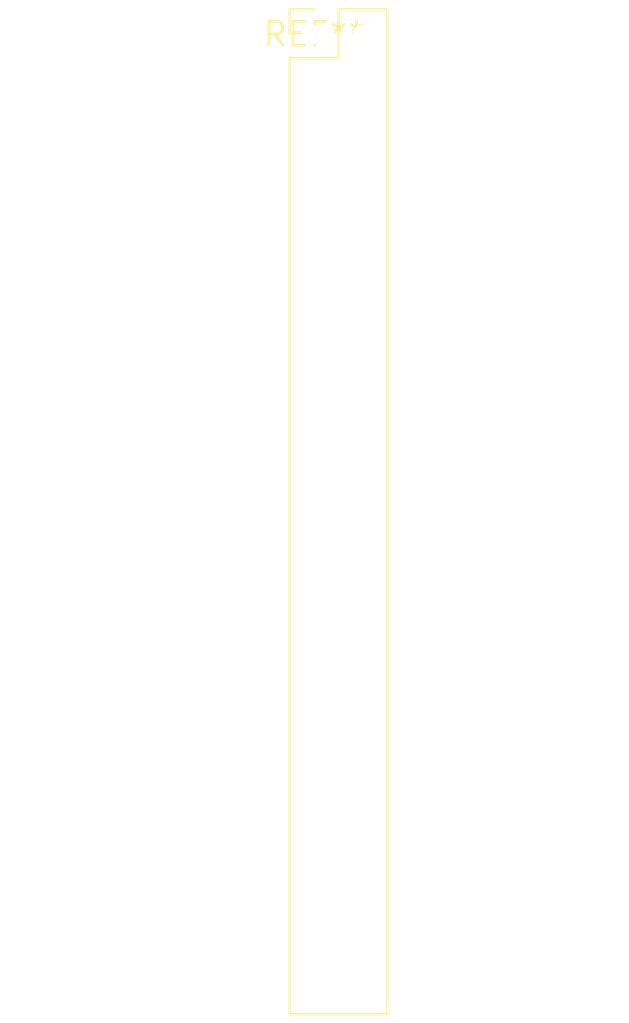
<source format=kicad_pcb>
(kicad_pcb (version 20240108) (generator pcbnew)
  (layers (0 "F.Cu" signal) (31 "B.Cu" signal) (34 "B.Paste" user) (35 "F.Paste" user) (36 "B.SilkS" user "B.Silkscreen") (37 "F.SilkS" user "F.Silkscreen") (38 "B.Mask" user) (39 "F.Mask" user) (44 "Edge.Cuts" user))
  (net 0 "")
  (footprint "PinHeader_2x21_P2.54mm_Vertical" (layer "F.Cu") (at 0 0)
    (property "Reference" "REF**")
    (property "Value" "PinHeader_2x21_P2.54mm_Vertical")
    (fp_line (start -1.33 -1.33) (end 0 -1.33) (layer "F.SilkS") (stroke (width 0.12)))
    (fp_line (start -1.33 0) (end -1.33 -1.33) (layer "F.SilkS") (stroke (width 0.12)))
    (fp_line (start -1.33 1.27) (end -1.33 52.13) (layer "F.SilkS") (stroke (width 0.12)))
    (fp_line (start -1.33 1.27) (end 1.27 1.27) (layer "F.SilkS") (stroke (width 0.12)))
    (fp_line (start -1.33 52.13) (end 3.87 52.13) (layer "F.SilkS") (stroke (width 0.12)))
    (fp_line (start 1.27 -1.33) (end 3.87 -1.33) (layer "F.SilkS") (stroke (width 0.12)))
    (fp_line (start 1.27 1.27) (end 1.27 -1.33) (layer "F.SilkS") (stroke (width 0.12)))
    (fp_line (start 3.87 -1.33) (end 3.87 52.13) (layer "F.SilkS") (stroke (width 0.12)))
    (pad "1" thru_hole rect (at 0 0) (size 1.7 1.7) (drill 1) (layers *.Cu *.Mask) (remove_unused_layers))
    (pad "2" thru_hole oval (at 2.54 0) (size 1.7 1.7) (drill 1) (layers *.Cu *.Mask) (remove_unused_layers))
    (pad "3" thru_hole oval (at 0 2.54) (size 1.7 1.7) (drill 1) (layers *.Cu *.Mask) (remove_unused_layers))
    (pad "4" thru_hole oval (at 2.54 2.54) (size 1.7 1.7) (drill 1) (layers *.Cu *.Mask) (remove_unused_layers))
    (pad "5" thru_hole oval (at 0 5.08) (size 1.7 1.7) (drill 1) (layers *.Cu *.Mask) (remove_unused_layers))
    (pad "6" thru_hole oval (at 2.54 5.08) (size 1.7 1.7) (drill 1) (layers *.Cu *.Mask) (remove_unused_layers))
    (pad "7" thru_hole oval (at 0 7.62) (size 1.7 1.7) (drill 1) (layers *.Cu *.Mask) (remove_unused_layers))
    (pad "8" thru_hole oval (at 2.54 7.62) (size 1.7 1.7) (drill 1) (layers *.Cu *.Mask) (remove_unused_layers))
    (pad "9" thru_hole oval (at 0 10.16) (size 1.7 1.7) (drill 1) (layers *.Cu *.Mask) (remove_unused_layers))
    (pad "10" thru_hole oval (at 2.54 10.16) (size 1.7 1.7) (drill 1) (layers *.Cu *.Mask) (remove_unused_layers))
    (pad "11" thru_hole oval (at 0 12.7) (size 1.7 1.7) (drill 1) (layers *.Cu *.Mask) (remove_unused_layers))
    (pad "12" thru_hole oval (at 2.54 12.7) (size 1.7 1.7) (drill 1) (layers *.Cu *.Mask) (remove_unused_layers))
    (pad "13" thru_hole oval (at 0 15.24) (size 1.7 1.7) (drill 1) (layers *.Cu *.Mask) (remove_unused_layers))
    (pad "14" thru_hole oval (at 2.54 15.24) (size 1.7 1.7) (drill 1) (layers *.Cu *.Mask) (remove_unused_layers))
    (pad "15" thru_hole oval (at 0 17.78) (size 1.7 1.7) (drill 1) (layers *.Cu *.Mask) (remove_unused_layers))
    (pad "16" thru_hole oval (at 2.54 17.78) (size 1.7 1.7) (drill 1) (layers *.Cu *.Mask) (remove_unused_layers))
    (pad "17" thru_hole oval (at 0 20.32) (size 1.7 1.7) (drill 1) (layers *.Cu *.Mask) (remove_unused_layers))
    (pad "18" thru_hole oval (at 2.54 20.32) (size 1.7 1.7) (drill 1) (layers *.Cu *.Mask) (remove_unused_layers))
    (pad "19" thru_hole oval (at 0 22.86) (size 1.7 1.7) (drill 1) (layers *.Cu *.Mask) (remove_unused_layers))
    (pad "20" thru_hole oval (at 2.54 22.86) (size 1.7 1.7) (drill 1) (layers *.Cu *.Mask) (remove_unused_layers))
    (pad "21" thru_hole oval (at 0 25.4) (size 1.7 1.7) (drill 1) (layers *.Cu *.Mask) (remove_unused_layers))
    (pad "22" thru_hole oval (at 2.54 25.4) (size 1.7 1.7) (drill 1) (layers *.Cu *.Mask) (remove_unused_layers))
    (pad "23" thru_hole oval (at 0 27.94) (size 1.7 1.7) (drill 1) (layers *.Cu *.Mask) (remove_unused_layers))
    (pad "24" thru_hole oval (at 2.54 27.94) (size 1.7 1.7) (drill 1) (layers *.Cu *.Mask) (remove_unused_layers))
    (pad "25" thru_hole oval (at 0 30.48) (size 1.7 1.7) (drill 1) (layers *.Cu *.Mask) (remove_unused_layers))
    (pad "26" thru_hole oval (at 2.54 30.48) (size 1.7 1.7) (drill 1) (layers *.Cu *.Mask) (remove_unused_layers))
    (pad "27" thru_hole oval (at 0 33.02) (size 1.7 1.7) (drill 1) (layers *.Cu *.Mask) (remove_unused_layers))
    (pad "28" thru_hole oval (at 2.54 33.02) (size 1.7 1.7) (drill 1) (layers *.Cu *.Mask) (remove_unused_layers))
    (pad "29" thru_hole oval (at 0 35.56) (size 1.7 1.7) (drill 1) (layers *.Cu *.Mask) (remove_unused_layers))
    (pad "30" thru_hole oval (at 2.54 35.56) (size 1.7 1.7) (drill 1) (layers *.Cu *.Mask) (remove_unused_layers))
    (pad "31" thru_hole oval (at 0 38.1) (size 1.7 1.7) (drill 1) (layers *.Cu *.Mask) (remove_unused_layers))
    (pad "32" thru_hole oval (at 2.54 38.1) (size 1.7 1.7) (drill 1) (layers *.Cu *.Mask) (remove_unused_layers))
    (pad "33" thru_hole oval (at 0 40.64) (size 1.7 1.7) (drill 1) (layers *.Cu *.Mask) (remove_unused_layers))
    (pad "34" thru_hole oval (at 2.54 40.64) (size 1.7 1.7) (drill 1) (layers *.Cu *.Mask) (remove_unused_layers))
    (pad "35" thru_hole oval (at 0 43.18) (size 1.7 1.7) (drill 1) (layers *.Cu *.Mask) (remove_unused_layers))
    (pad "36" thru_hole oval (at 2.54 43.18) (size 1.7 1.7) (drill 1) (layers *.Cu *.Mask) (remove_unused_layers))
    (pad "37" thru_hole oval (at 0 45.72) (size 1.7 1.7) (drill 1) (layers *.Cu *.Mask) (remove_unused_layers))
    (pad "38" thru_hole oval (at 2.54 45.72) (size 1.7 1.7) (drill 1) (layers *.Cu *.Mask) (remove_unused_layers))
    (pad "39" thru_hole oval (at 0 48.26) (size 1.7 1.7) (drill 1) (layers *.Cu *.Mask) (remove_unused_layers))
    (pad "40" thru_hole oval (at 2.54 48.26) (size 1.7 1.7) (drill 1) (layers *.Cu *.Mask) (remove_unused_layers))
    (pad "41" thru_hole oval (at 0 50.8) (size 1.7 1.7) (drill 1) (layers *.Cu *.Mask) (remove_unused_layers))
    (pad "42" thru_hole oval (at 2.54 50.8) (size 1.7 1.7) (drill 1) (layers *.Cu *.Mask) (remove_unused_layers))
  )
)
</source>
